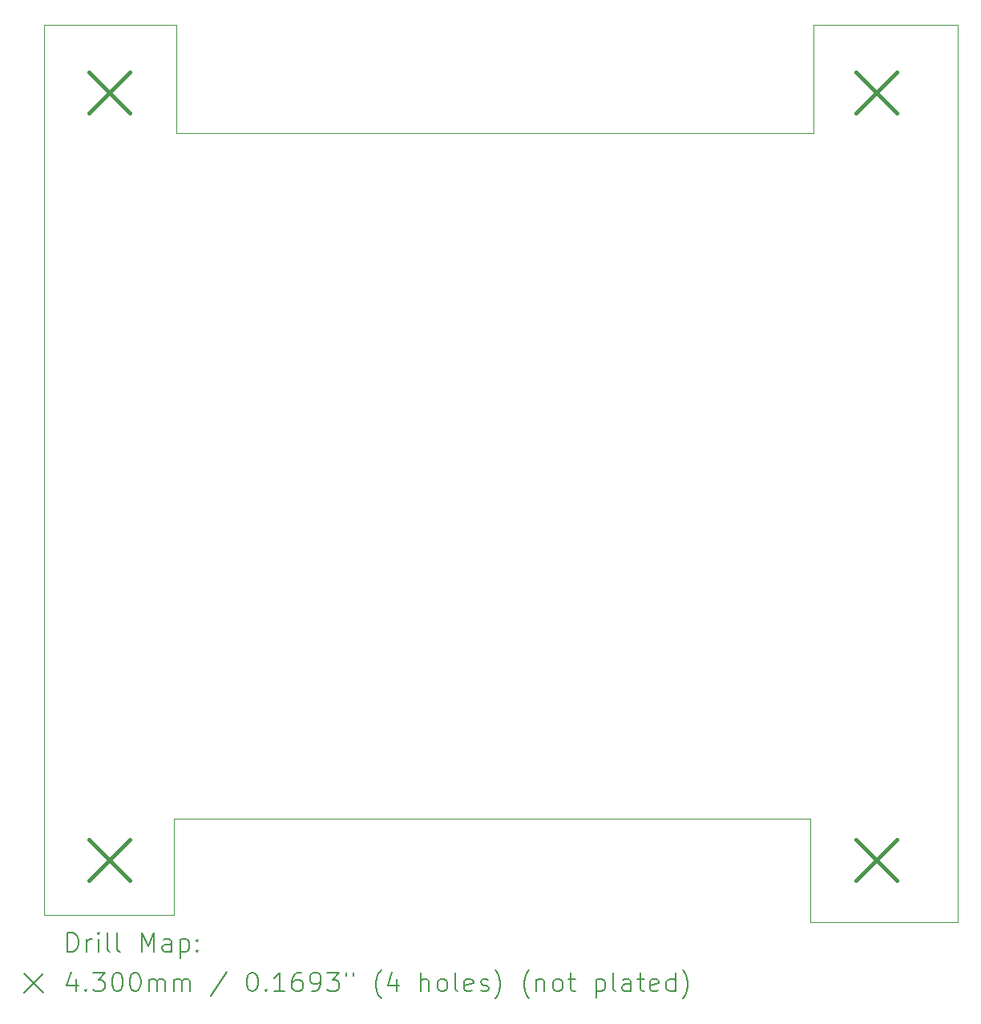
<source format=gbr>
%TF.GenerationSoftware,KiCad,Pcbnew,(6.0.11)*%
%TF.CreationDate,2023-06-15T16:04:24+03:00*%
%TF.ProjectId,flyback_48V_48W,666c7962-6163-46b5-9f34-38565f343857,rev?*%
%TF.SameCoordinates,Original*%
%TF.FileFunction,Drillmap*%
%TF.FilePolarity,Positive*%
%FSLAX45Y45*%
G04 Gerber Fmt 4.5, Leading zero omitted, Abs format (unit mm)*
G04 Created by KiCad (PCBNEW (6.0.11)) date 2023-06-15 16:04:24*
%MOMM*%
%LPD*%
G01*
G04 APERTURE LIST*
%ADD10C,0.100000*%
%ADD11C,0.200000*%
%ADD12C,0.430000*%
G04 APERTURE END LIST*
D10*
X18000000Y-10160000D02*
X18000000Y-11252200D01*
X11277600Y-10160000D02*
X18000000Y-10160000D01*
X11277600Y-11176000D02*
X11277600Y-10160000D01*
X9906000Y-11176000D02*
X11277600Y-11176000D01*
X19558000Y-11252200D02*
X18000000Y-11252200D01*
X19558000Y-1778000D02*
X19558000Y-11252200D01*
X18034000Y-1778000D02*
X19558000Y-1778000D01*
X18034000Y-2921000D02*
X18034000Y-1778000D01*
X11303000Y-2921000D02*
X18034000Y-2921000D01*
X11303000Y-1778000D02*
X11303000Y-2921000D01*
X9906000Y-1778000D02*
X11303000Y-1778000D01*
X9906000Y-11176000D02*
X9906000Y-1778000D01*
D11*
D12*
X10385000Y-2285000D02*
X10815000Y-2715000D01*
X10815000Y-2285000D02*
X10385000Y-2715000D01*
X10385000Y-10385000D02*
X10815000Y-10815000D01*
X10815000Y-10385000D02*
X10385000Y-10815000D01*
X18485000Y-2285000D02*
X18915000Y-2715000D01*
X18915000Y-2285000D02*
X18485000Y-2715000D01*
X18485000Y-10385000D02*
X18915000Y-10815000D01*
X18915000Y-10385000D02*
X18485000Y-10815000D01*
D11*
X10158619Y-11567676D02*
X10158619Y-11367676D01*
X10206238Y-11367676D01*
X10234810Y-11377200D01*
X10253857Y-11396248D01*
X10263381Y-11415295D01*
X10272905Y-11453390D01*
X10272905Y-11481962D01*
X10263381Y-11520057D01*
X10253857Y-11539105D01*
X10234810Y-11558152D01*
X10206238Y-11567676D01*
X10158619Y-11567676D01*
X10358619Y-11567676D02*
X10358619Y-11434343D01*
X10358619Y-11472438D02*
X10368143Y-11453390D01*
X10377667Y-11443867D01*
X10396714Y-11434343D01*
X10415762Y-11434343D01*
X10482429Y-11567676D02*
X10482429Y-11434343D01*
X10482429Y-11367676D02*
X10472905Y-11377200D01*
X10482429Y-11386724D01*
X10491952Y-11377200D01*
X10482429Y-11367676D01*
X10482429Y-11386724D01*
X10606238Y-11567676D02*
X10587190Y-11558152D01*
X10577667Y-11539105D01*
X10577667Y-11367676D01*
X10711000Y-11567676D02*
X10691952Y-11558152D01*
X10682429Y-11539105D01*
X10682429Y-11367676D01*
X10939571Y-11567676D02*
X10939571Y-11367676D01*
X11006238Y-11510533D01*
X11072905Y-11367676D01*
X11072905Y-11567676D01*
X11253857Y-11567676D02*
X11253857Y-11462914D01*
X11244333Y-11443867D01*
X11225286Y-11434343D01*
X11187190Y-11434343D01*
X11168143Y-11443867D01*
X11253857Y-11558152D02*
X11234809Y-11567676D01*
X11187190Y-11567676D01*
X11168143Y-11558152D01*
X11158619Y-11539105D01*
X11158619Y-11520057D01*
X11168143Y-11501009D01*
X11187190Y-11491486D01*
X11234809Y-11491486D01*
X11253857Y-11481962D01*
X11349095Y-11434343D02*
X11349095Y-11634343D01*
X11349095Y-11443867D02*
X11368143Y-11434343D01*
X11406238Y-11434343D01*
X11425286Y-11443867D01*
X11434809Y-11453390D01*
X11444333Y-11472438D01*
X11444333Y-11529581D01*
X11434809Y-11548628D01*
X11425286Y-11558152D01*
X11406238Y-11567676D01*
X11368143Y-11567676D01*
X11349095Y-11558152D01*
X11530048Y-11548628D02*
X11539571Y-11558152D01*
X11530048Y-11567676D01*
X11520524Y-11558152D01*
X11530048Y-11548628D01*
X11530048Y-11567676D01*
X11530048Y-11443867D02*
X11539571Y-11453390D01*
X11530048Y-11462914D01*
X11520524Y-11453390D01*
X11530048Y-11443867D01*
X11530048Y-11462914D01*
X9701000Y-11797200D02*
X9901000Y-11997200D01*
X9901000Y-11797200D02*
X9701000Y-11997200D01*
X10244333Y-11854343D02*
X10244333Y-11987676D01*
X10196714Y-11778152D02*
X10149095Y-11921009D01*
X10272905Y-11921009D01*
X10349095Y-11968628D02*
X10358619Y-11978152D01*
X10349095Y-11987676D01*
X10339571Y-11978152D01*
X10349095Y-11968628D01*
X10349095Y-11987676D01*
X10425286Y-11787676D02*
X10549095Y-11787676D01*
X10482429Y-11863867D01*
X10511000Y-11863867D01*
X10530048Y-11873390D01*
X10539571Y-11882914D01*
X10549095Y-11901962D01*
X10549095Y-11949581D01*
X10539571Y-11968628D01*
X10530048Y-11978152D01*
X10511000Y-11987676D01*
X10453857Y-11987676D01*
X10434810Y-11978152D01*
X10425286Y-11968628D01*
X10672905Y-11787676D02*
X10691952Y-11787676D01*
X10711000Y-11797200D01*
X10720524Y-11806724D01*
X10730048Y-11825771D01*
X10739571Y-11863867D01*
X10739571Y-11911486D01*
X10730048Y-11949581D01*
X10720524Y-11968628D01*
X10711000Y-11978152D01*
X10691952Y-11987676D01*
X10672905Y-11987676D01*
X10653857Y-11978152D01*
X10644333Y-11968628D01*
X10634810Y-11949581D01*
X10625286Y-11911486D01*
X10625286Y-11863867D01*
X10634810Y-11825771D01*
X10644333Y-11806724D01*
X10653857Y-11797200D01*
X10672905Y-11787676D01*
X10863381Y-11787676D02*
X10882429Y-11787676D01*
X10901476Y-11797200D01*
X10911000Y-11806724D01*
X10920524Y-11825771D01*
X10930048Y-11863867D01*
X10930048Y-11911486D01*
X10920524Y-11949581D01*
X10911000Y-11968628D01*
X10901476Y-11978152D01*
X10882429Y-11987676D01*
X10863381Y-11987676D01*
X10844333Y-11978152D01*
X10834810Y-11968628D01*
X10825286Y-11949581D01*
X10815762Y-11911486D01*
X10815762Y-11863867D01*
X10825286Y-11825771D01*
X10834810Y-11806724D01*
X10844333Y-11797200D01*
X10863381Y-11787676D01*
X11015762Y-11987676D02*
X11015762Y-11854343D01*
X11015762Y-11873390D02*
X11025286Y-11863867D01*
X11044333Y-11854343D01*
X11072905Y-11854343D01*
X11091952Y-11863867D01*
X11101476Y-11882914D01*
X11101476Y-11987676D01*
X11101476Y-11882914D02*
X11111000Y-11863867D01*
X11130048Y-11854343D01*
X11158619Y-11854343D01*
X11177667Y-11863867D01*
X11187190Y-11882914D01*
X11187190Y-11987676D01*
X11282428Y-11987676D02*
X11282428Y-11854343D01*
X11282428Y-11873390D02*
X11291952Y-11863867D01*
X11311000Y-11854343D01*
X11339571Y-11854343D01*
X11358619Y-11863867D01*
X11368143Y-11882914D01*
X11368143Y-11987676D01*
X11368143Y-11882914D02*
X11377667Y-11863867D01*
X11396714Y-11854343D01*
X11425286Y-11854343D01*
X11444333Y-11863867D01*
X11453857Y-11882914D01*
X11453857Y-11987676D01*
X11844333Y-11778152D02*
X11672905Y-12035295D01*
X12101476Y-11787676D02*
X12120524Y-11787676D01*
X12139571Y-11797200D01*
X12149095Y-11806724D01*
X12158619Y-11825771D01*
X12168143Y-11863867D01*
X12168143Y-11911486D01*
X12158619Y-11949581D01*
X12149095Y-11968628D01*
X12139571Y-11978152D01*
X12120524Y-11987676D01*
X12101476Y-11987676D01*
X12082428Y-11978152D01*
X12072905Y-11968628D01*
X12063381Y-11949581D01*
X12053857Y-11911486D01*
X12053857Y-11863867D01*
X12063381Y-11825771D01*
X12072905Y-11806724D01*
X12082428Y-11797200D01*
X12101476Y-11787676D01*
X12253857Y-11968628D02*
X12263381Y-11978152D01*
X12253857Y-11987676D01*
X12244333Y-11978152D01*
X12253857Y-11968628D01*
X12253857Y-11987676D01*
X12453857Y-11987676D02*
X12339571Y-11987676D01*
X12396714Y-11987676D02*
X12396714Y-11787676D01*
X12377667Y-11816248D01*
X12358619Y-11835295D01*
X12339571Y-11844819D01*
X12625286Y-11787676D02*
X12587190Y-11787676D01*
X12568143Y-11797200D01*
X12558619Y-11806724D01*
X12539571Y-11835295D01*
X12530048Y-11873390D01*
X12530048Y-11949581D01*
X12539571Y-11968628D01*
X12549095Y-11978152D01*
X12568143Y-11987676D01*
X12606238Y-11987676D01*
X12625286Y-11978152D01*
X12634809Y-11968628D01*
X12644333Y-11949581D01*
X12644333Y-11901962D01*
X12634809Y-11882914D01*
X12625286Y-11873390D01*
X12606238Y-11863867D01*
X12568143Y-11863867D01*
X12549095Y-11873390D01*
X12539571Y-11882914D01*
X12530048Y-11901962D01*
X12739571Y-11987676D02*
X12777667Y-11987676D01*
X12796714Y-11978152D01*
X12806238Y-11968628D01*
X12825286Y-11940057D01*
X12834809Y-11901962D01*
X12834809Y-11825771D01*
X12825286Y-11806724D01*
X12815762Y-11797200D01*
X12796714Y-11787676D01*
X12758619Y-11787676D01*
X12739571Y-11797200D01*
X12730048Y-11806724D01*
X12720524Y-11825771D01*
X12720524Y-11873390D01*
X12730048Y-11892438D01*
X12739571Y-11901962D01*
X12758619Y-11911486D01*
X12796714Y-11911486D01*
X12815762Y-11901962D01*
X12825286Y-11892438D01*
X12834809Y-11873390D01*
X12901476Y-11787676D02*
X13025286Y-11787676D01*
X12958619Y-11863867D01*
X12987190Y-11863867D01*
X13006238Y-11873390D01*
X13015762Y-11882914D01*
X13025286Y-11901962D01*
X13025286Y-11949581D01*
X13015762Y-11968628D01*
X13006238Y-11978152D01*
X12987190Y-11987676D01*
X12930048Y-11987676D01*
X12911000Y-11978152D01*
X12901476Y-11968628D01*
X13101476Y-11787676D02*
X13101476Y-11825771D01*
X13177667Y-11787676D02*
X13177667Y-11825771D01*
X13472905Y-12063867D02*
X13463381Y-12054343D01*
X13444333Y-12025771D01*
X13434809Y-12006724D01*
X13425286Y-11978152D01*
X13415762Y-11930533D01*
X13415762Y-11892438D01*
X13425286Y-11844819D01*
X13434809Y-11816248D01*
X13444333Y-11797200D01*
X13463381Y-11768628D01*
X13472905Y-11759105D01*
X13634809Y-11854343D02*
X13634809Y-11987676D01*
X13587190Y-11778152D02*
X13539571Y-11921009D01*
X13663381Y-11921009D01*
X13891952Y-11987676D02*
X13891952Y-11787676D01*
X13977667Y-11987676D02*
X13977667Y-11882914D01*
X13968143Y-11863867D01*
X13949095Y-11854343D01*
X13920524Y-11854343D01*
X13901476Y-11863867D01*
X13891952Y-11873390D01*
X14101476Y-11987676D02*
X14082428Y-11978152D01*
X14072905Y-11968628D01*
X14063381Y-11949581D01*
X14063381Y-11892438D01*
X14072905Y-11873390D01*
X14082428Y-11863867D01*
X14101476Y-11854343D01*
X14130048Y-11854343D01*
X14149095Y-11863867D01*
X14158619Y-11873390D01*
X14168143Y-11892438D01*
X14168143Y-11949581D01*
X14158619Y-11968628D01*
X14149095Y-11978152D01*
X14130048Y-11987676D01*
X14101476Y-11987676D01*
X14282428Y-11987676D02*
X14263381Y-11978152D01*
X14253857Y-11959105D01*
X14253857Y-11787676D01*
X14434809Y-11978152D02*
X14415762Y-11987676D01*
X14377667Y-11987676D01*
X14358619Y-11978152D01*
X14349095Y-11959105D01*
X14349095Y-11882914D01*
X14358619Y-11863867D01*
X14377667Y-11854343D01*
X14415762Y-11854343D01*
X14434809Y-11863867D01*
X14444333Y-11882914D01*
X14444333Y-11901962D01*
X14349095Y-11921009D01*
X14520524Y-11978152D02*
X14539571Y-11987676D01*
X14577667Y-11987676D01*
X14596714Y-11978152D01*
X14606238Y-11959105D01*
X14606238Y-11949581D01*
X14596714Y-11930533D01*
X14577667Y-11921009D01*
X14549095Y-11921009D01*
X14530048Y-11911486D01*
X14520524Y-11892438D01*
X14520524Y-11882914D01*
X14530048Y-11863867D01*
X14549095Y-11854343D01*
X14577667Y-11854343D01*
X14596714Y-11863867D01*
X14672905Y-12063867D02*
X14682428Y-12054343D01*
X14701476Y-12025771D01*
X14711000Y-12006724D01*
X14720524Y-11978152D01*
X14730048Y-11930533D01*
X14730048Y-11892438D01*
X14720524Y-11844819D01*
X14711000Y-11816248D01*
X14701476Y-11797200D01*
X14682428Y-11768628D01*
X14672905Y-11759105D01*
X15034809Y-12063867D02*
X15025286Y-12054343D01*
X15006238Y-12025771D01*
X14996714Y-12006724D01*
X14987190Y-11978152D01*
X14977667Y-11930533D01*
X14977667Y-11892438D01*
X14987190Y-11844819D01*
X14996714Y-11816248D01*
X15006238Y-11797200D01*
X15025286Y-11768628D01*
X15034809Y-11759105D01*
X15111000Y-11854343D02*
X15111000Y-11987676D01*
X15111000Y-11873390D02*
X15120524Y-11863867D01*
X15139571Y-11854343D01*
X15168143Y-11854343D01*
X15187190Y-11863867D01*
X15196714Y-11882914D01*
X15196714Y-11987676D01*
X15320524Y-11987676D02*
X15301476Y-11978152D01*
X15291952Y-11968628D01*
X15282428Y-11949581D01*
X15282428Y-11892438D01*
X15291952Y-11873390D01*
X15301476Y-11863867D01*
X15320524Y-11854343D01*
X15349095Y-11854343D01*
X15368143Y-11863867D01*
X15377667Y-11873390D01*
X15387190Y-11892438D01*
X15387190Y-11949581D01*
X15377667Y-11968628D01*
X15368143Y-11978152D01*
X15349095Y-11987676D01*
X15320524Y-11987676D01*
X15444333Y-11854343D02*
X15520524Y-11854343D01*
X15472905Y-11787676D02*
X15472905Y-11959105D01*
X15482428Y-11978152D01*
X15501476Y-11987676D01*
X15520524Y-11987676D01*
X15739571Y-11854343D02*
X15739571Y-12054343D01*
X15739571Y-11863867D02*
X15758619Y-11854343D01*
X15796714Y-11854343D01*
X15815762Y-11863867D01*
X15825286Y-11873390D01*
X15834809Y-11892438D01*
X15834809Y-11949581D01*
X15825286Y-11968628D01*
X15815762Y-11978152D01*
X15796714Y-11987676D01*
X15758619Y-11987676D01*
X15739571Y-11978152D01*
X15949095Y-11987676D02*
X15930048Y-11978152D01*
X15920524Y-11959105D01*
X15920524Y-11787676D01*
X16111000Y-11987676D02*
X16111000Y-11882914D01*
X16101476Y-11863867D01*
X16082428Y-11854343D01*
X16044333Y-11854343D01*
X16025286Y-11863867D01*
X16111000Y-11978152D02*
X16091952Y-11987676D01*
X16044333Y-11987676D01*
X16025286Y-11978152D01*
X16015762Y-11959105D01*
X16015762Y-11940057D01*
X16025286Y-11921009D01*
X16044333Y-11911486D01*
X16091952Y-11911486D01*
X16111000Y-11901962D01*
X16177667Y-11854343D02*
X16253857Y-11854343D01*
X16206238Y-11787676D02*
X16206238Y-11959105D01*
X16215762Y-11978152D01*
X16234809Y-11987676D01*
X16253857Y-11987676D01*
X16396714Y-11978152D02*
X16377667Y-11987676D01*
X16339571Y-11987676D01*
X16320524Y-11978152D01*
X16311000Y-11959105D01*
X16311000Y-11882914D01*
X16320524Y-11863867D01*
X16339571Y-11854343D01*
X16377667Y-11854343D01*
X16396714Y-11863867D01*
X16406238Y-11882914D01*
X16406238Y-11901962D01*
X16311000Y-11921009D01*
X16577667Y-11987676D02*
X16577667Y-11787676D01*
X16577667Y-11978152D02*
X16558619Y-11987676D01*
X16520524Y-11987676D01*
X16501476Y-11978152D01*
X16491952Y-11968628D01*
X16482428Y-11949581D01*
X16482428Y-11892438D01*
X16491952Y-11873390D01*
X16501476Y-11863867D01*
X16520524Y-11854343D01*
X16558619Y-11854343D01*
X16577667Y-11863867D01*
X16653857Y-12063867D02*
X16663381Y-12054343D01*
X16682428Y-12025771D01*
X16691952Y-12006724D01*
X16701476Y-11978152D01*
X16711000Y-11930533D01*
X16711000Y-11892438D01*
X16701476Y-11844819D01*
X16691952Y-11816248D01*
X16682428Y-11797200D01*
X16663381Y-11768628D01*
X16653857Y-11759105D01*
M02*

</source>
